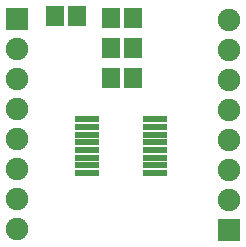
<source format=gts>
G04 DipTrace 3.1.0.1*
G04 MSP430FR2311Breakout.gts*
%MOIN*%
G04 #@! TF.FileFunction,Soldermask,Top*
G04 #@! TF.Part,Single*
%ADD24C,0.074929*%
%ADD26R,0.074929X0.074929*%
%ADD28R,0.059181X0.067055*%
%ADD30R,0.078866X0.023748*%
%FSLAX26Y26*%
G04*
G70*
G90*
G75*
G01*
G04 TopMask*
%LPD*%
D30*
X718976Y943942D3*
Y918352D3*
Y892761D3*
Y867171D3*
Y841580D3*
Y815990D3*
Y790399D3*
Y764808D3*
X947331D3*
X947323Y790399D3*
Y815990D3*
Y841580D3*
Y867171D3*
Y892761D3*
Y918352D3*
Y943942D3*
D28*
X800218Y1281407D3*
X875021D3*
X800218Y1081428D3*
X875021D3*
X800218Y1181417D3*
X875021D3*
X612738Y1287656D3*
X687541D3*
D26*
X487493Y1277631D3*
D24*
Y1177631D3*
Y1077631D3*
Y977631D3*
Y877631D3*
Y777631D3*
Y677631D3*
Y577631D3*
D26*
X1193927Y575231D3*
D24*
Y675231D3*
Y775231D3*
Y875231D3*
Y975231D3*
Y1075231D3*
Y1175231D3*
Y1275231D3*
M02*

</source>
